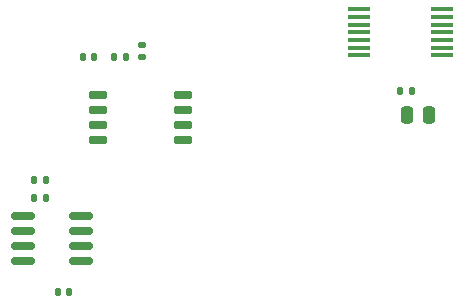
<source format=gbp>
G04 #@! TF.GenerationSoftware,KiCad,Pcbnew,9.0.5*
G04 #@! TF.CreationDate,2025-11-21T14:26:13-06:00*
G04 #@! TF.ProjectId,ece362snakegamepcb,65636533-3632-4736-9e61-6b6567616d65,REV3*
G04 #@! TF.SameCoordinates,Original*
G04 #@! TF.FileFunction,Paste,Bot*
G04 #@! TF.FilePolarity,Positive*
%FSLAX46Y46*%
G04 Gerber Fmt 4.6, Leading zero omitted, Abs format (unit mm)*
G04 Created by KiCad (PCBNEW 9.0.5) date 2025-11-21 14:26:13*
%MOMM*%
%LPD*%
G01*
G04 APERTURE LIST*
G04 Aperture macros list*
%AMRoundRect*
0 Rectangle with rounded corners*
0 $1 Rounding radius*
0 $2 $3 $4 $5 $6 $7 $8 $9 X,Y pos of 4 corners*
0 Add a 4 corners polygon primitive as box body*
4,1,4,$2,$3,$4,$5,$6,$7,$8,$9,$2,$3,0*
0 Add four circle primitives for the rounded corners*
1,1,$1+$1,$2,$3*
1,1,$1+$1,$4,$5*
1,1,$1+$1,$6,$7*
1,1,$1+$1,$8,$9*
0 Add four rect primitives between the rounded corners*
20,1,$1+$1,$2,$3,$4,$5,0*
20,1,$1+$1,$4,$5,$6,$7,0*
20,1,$1+$1,$6,$7,$8,$9,0*
20,1,$1+$1,$8,$9,$2,$3,0*%
G04 Aperture macros list end*
%ADD10RoundRect,0.150000X-0.825000X-0.150000X0.825000X-0.150000X0.825000X0.150000X-0.825000X0.150000X0*%
%ADD11RoundRect,0.135000X-0.135000X-0.185000X0.135000X-0.185000X0.135000X0.185000X-0.135000X0.185000X0*%
%ADD12RoundRect,0.150000X0.650000X0.150000X-0.650000X0.150000X-0.650000X-0.150000X0.650000X-0.150000X0*%
%ADD13RoundRect,0.140000X0.140000X0.170000X-0.140000X0.170000X-0.140000X-0.170000X0.140000X-0.170000X0*%
%ADD14RoundRect,0.135000X-0.185000X0.135000X-0.185000X-0.135000X0.185000X-0.135000X0.185000X0.135000X0*%
%ADD15RoundRect,0.100000X0.850000X0.100000X-0.850000X0.100000X-0.850000X-0.100000X0.850000X-0.100000X0*%
%ADD16RoundRect,0.250000X0.250000X0.475000X-0.250000X0.475000X-0.250000X-0.475000X0.250000X-0.475000X0*%
G04 APERTURE END LIST*
D10*
X83025000Y-99405000D03*
X83025000Y-98135000D03*
X83025000Y-96865000D03*
X83025000Y-95595000D03*
X87975000Y-95595000D03*
X87975000Y-96865000D03*
X87975000Y-98135000D03*
X87975000Y-99405000D03*
D11*
X83990000Y-94000000D03*
X85010000Y-94000000D03*
D12*
X96600000Y-85295000D03*
X96600000Y-86565000D03*
X96600000Y-87835000D03*
X96600000Y-89105000D03*
X89400000Y-89105000D03*
X89400000Y-87835000D03*
X89400000Y-86565000D03*
X89400000Y-85295000D03*
D11*
X83990000Y-92500000D03*
X85010000Y-92500000D03*
D13*
X115980000Y-85000000D03*
X115020000Y-85000000D03*
D14*
X93100000Y-81080000D03*
X93100000Y-82100000D03*
D11*
X90790000Y-82100000D03*
X91810000Y-82100000D03*
D13*
X89080000Y-82100000D03*
X88120000Y-82100000D03*
D15*
X118500000Y-78050000D03*
X118500000Y-78700000D03*
X118500000Y-79350000D03*
X118500000Y-80000000D03*
X118500000Y-80650000D03*
X118500000Y-81300000D03*
X118500000Y-81950000D03*
X111500000Y-81950000D03*
X111500000Y-81300000D03*
X111500000Y-80650000D03*
X111500000Y-80000000D03*
X111500000Y-79350000D03*
X111500000Y-78700000D03*
X111500000Y-78050000D03*
D16*
X117450000Y-87000000D03*
X115550000Y-87000000D03*
D13*
X86980000Y-102000000D03*
X86020000Y-102000000D03*
M02*

</source>
